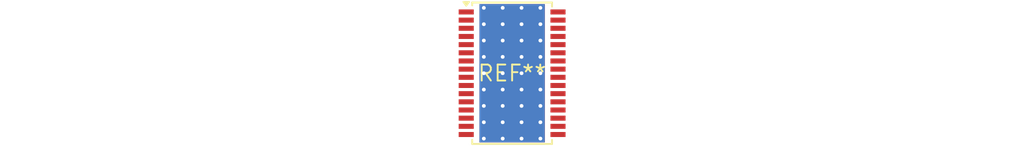
<source format=kicad_pcb>
(kicad_pcb (version 20240108) (generator pcbnew)
  (layers (0 "F.Cu" signal) (31 "B.Cu" signal) (34 "B.Paste" user) (35 "F.Paste" user) (36 "B.SilkS" user "B.Silkscreen") (37 "F.SilkS" user "F.Silkscreen") (38 "B.Mask" user) (39 "F.Mask" user) (44 "Edge.Cuts" user))
  (net 0 "")
  (footprint "HTSSOP-32-1EP_6.1x11mm_P0.65mm_EP5.2x11mm_Mask4.11x4.36mm_ThermalVias" (layer "F.Cu") (at 0 0)
    (property "Reference" "REF**")
    (property "Value" "HTSSOP-32-1EP_6.1x11mm_P0.65mm_EP5.2x11mm_Mask4.11x4.36mm_ThermalVias")
    (fp_line (start -3.175 -5.625) (end 3.175 -5.625) (layer "F.SilkS") (stroke (width 0.15)))
    (fp_line (start -3.175 -5.4) (end -3.175 -5.625) (layer "F.SilkS") (stroke (width 0.15)))
    (fp_line (start -3.175 5.3) (end -3.175 5.625) (layer "F.SilkS") (stroke (width 0.15)))
    (fp_line (start -3.175 5.625) (end 3.175 5.625) (layer "F.SilkS") (stroke (width 0.15)))
    (fp_line (start 3.175 -5.625) (end 3.175 -5.3) (layer "F.SilkS") (stroke (width 0.15)))
    (fp_line (start 3.175 5.625) (end 3.175 5.3) (layer "F.SilkS") (stroke (width 0.15)))
    (fp_poly (pts (xy -3.65 -5.35) (xy -3.89 -5.68) (xy -3.41 -5.68) (xy -3.65 -5.35)) (layer "F.SilkS") (stroke (width 0.12)) (fill solid))
    (pad "1" smd rect (at -3.65 -4.875) (size 1.2 0.4) (layers "F.Cu" "F.Paste" "F.Mask"))
    (pad "2" smd rect (at -3.65 -4.225) (size 1.2 0.4) (layers "F.Cu" "F.Paste" "F.Mask"))
    (pad "3" smd rect (at -3.65 -3.575) (size 1.2 0.4) (layers "F.Cu" "F.Paste" "F.Mask"))
    (pad "4" smd rect (at -3.65 -2.925) (size 1.2 0.4) (layers "F.Cu" "F.Paste" "F.Mask"))
    (pad "5" smd rect (at -3.65 -2.275) (size 1.2 0.4) (layers "F.Cu" "F.Paste" "F.Mask"))
    (pad "6" smd rect (at -3.65 -1.625) (size 1.2 0.4) (layers "F.Cu" "F.Paste" "F.Mask"))
    (pad "7" smd rect (at -3.65 -0.975) (size 1.2 0.4) (layers "F.Cu" "F.Paste" "F.Mask"))
    (pad "8" smd rect (at -3.65 -0.325) (size 1.2 0.4) (layers "F.Cu" "F.Paste" "F.Mask"))
    (pad "9" smd rect (at -3.65 0.325) (size 1.2 0.4) (layers "F.Cu" "F.Paste" "F.Mask"))
    (pad "10" smd rect (at -3.65 0.975) (size 1.2 0.4) (layers "F.Cu" "F.Paste" "F.Mask"))
    (pad "11" smd rect (at -3.65 1.625) (size 1.2 0.4) (layers "F.Cu" "F.Paste" "F.Mask"))
    (pad "12" smd rect (at -3.65 2.275) (size 1.2 0.4) (layers "F.Cu" "F.Paste" "F.Mask"))
    (pad "13" smd rect (at -3.65 2.925) (size 1.2 0.4) (layers "F.Cu" "F.Paste" "F.Mask"))
    (pad "14" smd rect (at -3.65 3.575) (size 1.2 0.4) (layers "F.Cu" "F.Paste" "F.Mask"))
    (pad "15" smd rect (at -3.65 4.225) (size 1.2 0.4) (layers "F.Cu" "F.Paste" "F.Mask"))
    (pad "16" smd rect (at -3.65 4.875) (size 1.2 0.4) (layers "F.Cu" "F.Paste" "F.Mask"))
    (pad "17" smd rect (at 3.65 4.875) (size 1.2 0.4) (layers "F.Cu" "F.Paste" "F.Mask"))
    (pad "18" smd rect (at 3.65 4.225) (size 1.2 0.4) (layers "F.Cu" "F.Paste" "F.Mask"))
    (pad "19" smd rect (at 3.65 3.575) (size 1.2 0.4) (layers "F.Cu" "F.Paste" "F.Mask"))
    (pad "20" smd rect (at 3.65 2.925) (size 1.2 0.4) (layers "F.Cu" "F.Paste" "F.Mask"))
    (pad "21" smd rect (at 3.65 2.275) (size 1.2 0.4) (layers "F.Cu" "F.Paste" "F.Mask"))
    (pad "22" smd rect (at 3.65 1.625) (size 1.2 0.4) (layers "F.Cu" "F.Paste" "F.Mask"))
    (pad "23" smd rect (at 3.65 0.975) (size 1.2 0.4) (layers "F.Cu" "F.Paste" "F.Mask"))
    (pad "24" smd rect (at 3.65 0.325) (size 1.2 0.4) (layers "F.Cu" "F.Paste" "F.Mask"))
    (pad "25" smd rect (at 3.65 -0.325) (size 1.2 0.4) (layers "F.Cu" "F.Paste" "F.Mask"))
    (pad "26" smd rect (at 3.65 -0.975) (size 1.2 0.4) (layers "F.Cu" "F.Paste" "F.Mask"))
    (pad "27" smd rect (at 3.65 -1.625) (size 1.2 0.4) (layers "F.Cu" "F.Paste" "F.Mask"))
    (pad "28" smd rect (at 3.65 -2.275) (size 1.2 0.4) (layers "F.Cu" "F.Paste" "F.Mask"))
    (pad "29" smd rect (at 3.65 -2.925) (size 1.2 0.4) (layers "F.Cu" "F.Paste" "F.Mask"))
    (pad "30" smd rect (at 3.65 -3.575) (size 1.2 0.4) (layers "F.Cu" "F.Paste" "F.Mask"))
    (pad "31" smd rect (at 3.65 -4.225) (size 1.2 0.4) (layers "F.Cu" "F.Paste" "F.Mask"))
    (pad "32" smd rect (at 3.65 -4.875) (size 1.2 0.4) (layers "F.Cu" "F.Paste" "F.Mask"))
    (pad "33" thru_hole circle (at -2.25 -5.2) (size 0.6 0.6) (drill 0.3) (layers *.Cu) (remove_unused_layers))
    (pad "33" thru_hole circle (at -2.25 -3.9) (size 0.6 0.6) (drill 0.3) (layers *.Cu) (remove_unused_layers))
    (pad "33" thru_hole circle (at -2.25 -2.6) (size 0.6 0.6) (drill 0.3) (layers *.Cu) (remove_unused_layers))
    (pad "33" thru_hole circle (at -2.25 -1.3) (size 0.6 0.6) (drill 0.3) (layers *.Cu) (remove_unused_layers))
    (pad "33" thru_hole circle (at -2.25 0) (size 0.6 0.6) (drill 0.3) (layers *.Cu) (remove_unused_layers))
    (pad "33" thru_hole circle (at -2.25 1.3) (size 0.6 0.6) (drill 0.3) (layers *.Cu) (remove_unused_layers))
    (pad "33" thru_hole circle (at -2.25 2.6) (size 0.6 0.6) (drill 0.3) (layers *.Cu) (remove_unused_layers))
    (pad "33" thru_hole circle (at -2.25 3.9) (size 0.6 0.6) (drill 0.3) (layers *.Cu) (remove_unused_layers))
    (pad "33" thru_hole circle (at -2.25 5.2) (size 0.6 0.6) (drill 0.3) (layers *.Cu) (remove_unused_layers))
    (pad "33" thru_hole circle (at -0.75 -5.2) (size 0.6 0.6) (drill 0.3) (layers *.Cu) (remove_unused_layers))
    (pad "33" thru_hole circle (at -0.75 -3.9) (size 0.6 0.6) (drill 0.3) (layers *.Cu) (remove_unused_layers))
    (pad "33" thru_hole circle (at -0.75 -2.6) (size 0.6 0.6) (drill 0.3) (layers *.Cu) (remove_unused_layers))
    (pad "33" thru_hole circle (at -0.75 -1.3) (size 0.6 0.6) (drill 0.3) (layers *.Cu) (remove_unused_layers))
    (pad "33" thru_hole circle (at -0.75 0) (size 0.6 0.6) (drill 0.3) (layers *.Cu) (remove_unused_layers))
    (pad "33" thru_hole circle (at -0.75 1.3) (size 0.6 0.6) (drill 0.3) (layers *.Cu) (remove_unused_layers))
    (pad "33" thru_hole circle (at -0.75 2.6) (size 0.6 0.6) (drill 0.3) (layers *.Cu) (remove_unused_layers))
    (pad "33" thru_hole circle (at -0.75 3.9) (size 0.6 0.6) (drill 0.3) (layers *.Cu) (remove_unused_layers))
    (pad "33" thru_hole circle (at -0.75 5.2) (size 0.6 0.6) (drill 0.3) (layers *.Cu) (remove_unused_layers))
    (pad "33" smd rect (at 0 0) (size 5.2 11) (layers "F.Cu"))
    (pad "33" smd rect (at 0 0) (size 5.2 11) (layers "B.Cu"))
    (pad "33" thru_hole circle (at 0.75 -5.2) (size 0.6 0.6) (drill 0.3) (layers *.Cu) (remove_unused_layers))
    (pad "33" thru_hole circle (at 0.75 -3.9) (size 0.6 0.6) (drill 0.3) (layers *.Cu) (remove_unused_layers))
    (pad "33" thru_hole circle (at 0.75 -2.6) (size 0.6 0.6) (drill 0.3) (layers *.Cu) (remove_unused_layers))
    (pad "33" thru_hole circle (at 0.75 -1.3) (size 0.6 0.6) (drill 0.3) (layers *.Cu) (remove_unused_layers))
    (pad "33" thru_hole circle (at 0.75 0) (size 0.6 0.6) (drill 0.3) (layers *.Cu) (remove_unused_layers))
    (pad "33" thru_hole circle (at 0.75 1.3) (size 0.6 0.6) (drill 0.3) (layers *.Cu) (remove_unused_layers))
    (pad "33" thru_hole circle (at 0.75 2.6) (size 0.6 0.6) (drill 0.3) (layers *.Cu) (remove_unused_layers))
    (pad "33" thru_hole circle (at 0.75 3.9) (size 0.6 0.6) (drill 0.3) (layers *.Cu) (remove_unused_layers))
    (pad "33" thru_hole circle (at 0.75 5.2) (size 0.6 0.6) (drill 0.3) (layers *.Cu) (remove_unused_layers))
    (pad "33" thru_hole circle (at 2.25 -5.2) (size 0.6 0.6) (drill 0.3) (layers *.Cu) (remove_unused_layers))
    (pad "33" thru_hole circle (at 2.25 -3.9) (size 0.6 0.6) (drill 0.3) (layers *.Cu) (remove_unused_layers))
    (pad "33" thru_hole circle (at 2.25 -2.6) (size 0.6 0.6) (drill 0.3) (layers *.Cu) (remove_unused_layers))
    (pad "33" thru_hole circle (at 2.25 -1.3) (size 0.6 0.6) (drill 0.3) (layers *.Cu) (remove_unused_layers))
    (pad "33" thru_hole circle (at 2.25 0) (size 0.6 0.6) (drill 0.3) (layers *.Cu) (remove_unused_layers))
    (pad "33" thru_hole circle (at 2.25 1.3) (size 0.6 0.6) (drill 0.3) (layers *.Cu) (remove_unused_layers))
    (pad "33" thru_hole circle (at 2.25 2.6) (size 0.6 0.6) (drill 0.3) (layers *.Cu) (remove_unused_layers))
    (pad "33" thru_hole circle (at 2.25 3.9) (size 0.6 0.6) (drill 0.3) (layers *.Cu) (remove_unused_layers))
    (pad "33" thru_hole circle (at 2.25 5.2) (size 0.6 0.6) (drill 0.3) (layers *.Cu) (remove_unused_layers))
  )
)
</source>
